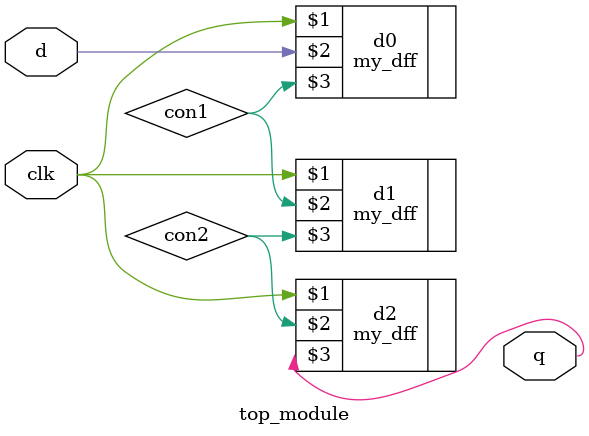
<source format=v>
module top_module ( input clk, input d, output q );

    wire con1,con2; 
    my_dff d0(clk, d, con1);
    my_dff d1(clk, con1, con2);
    my_dff d2(clk, con2, q);
    
endmodule

</source>
